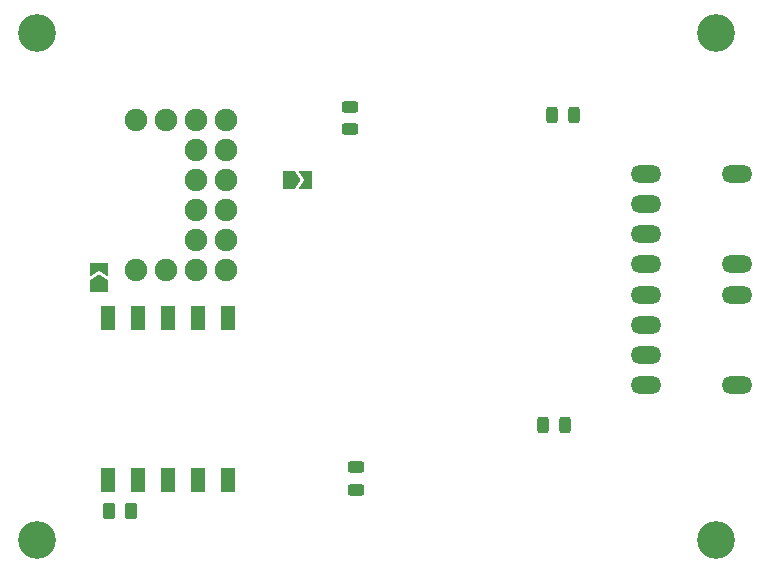
<source format=gts>
G04 #@! TF.GenerationSoftware,KiCad,Pcbnew,(6.0.0)*
G04 #@! TF.CreationDate,2022-01-21T17:49:38-05:00*
G04 #@! TF.ProjectId,serial_interface,73657269-616c-45f6-996e-746572666163,D1*
G04 #@! TF.SameCoordinates,Original*
G04 #@! TF.FileFunction,Soldermask,Top*
G04 #@! TF.FilePolarity,Negative*
%FSLAX45Y45*%
G04 Gerber Fmt 4.5, Leading zero omitted, Abs format (unit mm)*
G04 Created by KiCad (PCBNEW (6.0.0)) date 2022-01-21 17:49:38*
%MOMM*%
%LPD*%
G01*
G04 APERTURE LIST*
G04 Aperture macros list*
%AMRoundRect*
0 Rectangle with rounded corners*
0 $1 Rounding radius*
0 $2 $3 $4 $5 $6 $7 $8 $9 X,Y pos of 4 corners*
0 Add a 4 corners polygon primitive as box body*
4,1,4,$2,$3,$4,$5,$6,$7,$8,$9,$2,$3,0*
0 Add four circle primitives for the rounded corners*
1,1,$1+$1,$2,$3*
1,1,$1+$1,$4,$5*
1,1,$1+$1,$6,$7*
1,1,$1+$1,$8,$9*
0 Add four rect primitives between the rounded corners*
20,1,$1+$1,$2,$3,$4,$5,0*
20,1,$1+$1,$4,$5,$6,$7,0*
20,1,$1+$1,$6,$7,$8,$9,0*
20,1,$1+$1,$8,$9,$2,$3,0*%
%AMFreePoly0*
4,1,6,0.500000,-0.750000,-0.650000,-0.750000,-0.150000,0.000000,-0.650000,0.750000,0.500000,0.750000,0.500000,-0.750000,0.500000,-0.750000,$1*%
%AMFreePoly1*
4,1,6,1.000000,0.000000,0.500000,-0.750000,-0.500000,-0.750000,-0.500000,0.750000,0.500000,0.750000,1.000000,0.000000,1.000000,0.000000,$1*%
G04 Aperture macros list end*
%ADD10R,1.300000X2.000000*%
%ADD11C,1.900000*%
%ADD12RoundRect,0.250000X-0.262500X-0.450000X0.262500X-0.450000X0.262500X0.450000X-0.262500X0.450000X0*%
%ADD13FreePoly0,0.000000*%
%ADD14FreePoly1,0.000000*%
%ADD15FreePoly0,90.000000*%
%ADD16FreePoly1,90.000000*%
%ADD17O,2.600000X1.500000*%
%ADD18C,3.200000*%
%ADD19RoundRect,0.243750X-0.243750X-0.456250X0.243750X-0.456250X0.243750X0.456250X-0.243750X0.456250X0*%
%ADD20RoundRect,0.243750X0.243750X0.456250X-0.243750X0.456250X-0.243750X-0.456250X0.243750X-0.456250X0*%
%ADD21RoundRect,0.243750X0.456250X-0.243750X0.456250X0.243750X-0.456250X0.243750X-0.456250X-0.243750X0*%
G04 APERTURE END LIST*
D10*
X11375000Y-12585000D03*
X11629000Y-12585000D03*
X11883000Y-12585000D03*
X12137000Y-12585000D03*
X12391000Y-12585000D03*
X12391000Y-11215000D03*
X12137000Y-11215000D03*
X11883000Y-11215000D03*
X11629000Y-11215000D03*
X11375000Y-11215000D03*
D11*
X11613000Y-10810000D03*
X11867000Y-10810000D03*
X12121000Y-10810000D03*
X12375000Y-10810000D03*
X12121000Y-10556000D03*
X12375000Y-10556000D03*
X12121000Y-10302000D03*
X12375000Y-10302000D03*
X12375000Y-10048000D03*
X12121000Y-10048000D03*
X12375000Y-9794000D03*
X12121000Y-9794000D03*
X12375000Y-9540000D03*
X12121000Y-9540000D03*
X11867000Y-9540000D03*
X11613000Y-9540000D03*
D12*
X11383750Y-12850000D03*
X11566250Y-12850000D03*
D13*
X13047500Y-10050000D03*
D14*
X12902500Y-10050000D03*
D15*
X11300000Y-10802500D03*
D16*
X11300000Y-10947500D03*
D17*
X15930388Y-11026000D03*
X15930388Y-11280000D03*
X15930388Y-11534000D03*
X15930388Y-11788000D03*
X16700388Y-11788000D03*
X16700388Y-11026000D03*
X16700388Y-10001000D03*
X16700388Y-10763000D03*
X15930388Y-10763000D03*
X15930388Y-10509000D03*
X15930388Y-10255000D03*
X15930388Y-10001000D03*
D18*
X16525000Y-8800000D03*
X16525000Y-13100000D03*
X10775000Y-8800000D03*
X10775000Y-13100000D03*
D19*
X15243750Y-12125000D03*
X15056250Y-12125000D03*
D20*
X15131250Y-9500000D03*
X15318750Y-9500000D03*
D21*
X13475000Y-12481250D03*
X13475000Y-12668750D03*
X13425000Y-9431250D03*
X13425000Y-9618750D03*
M02*

</source>
